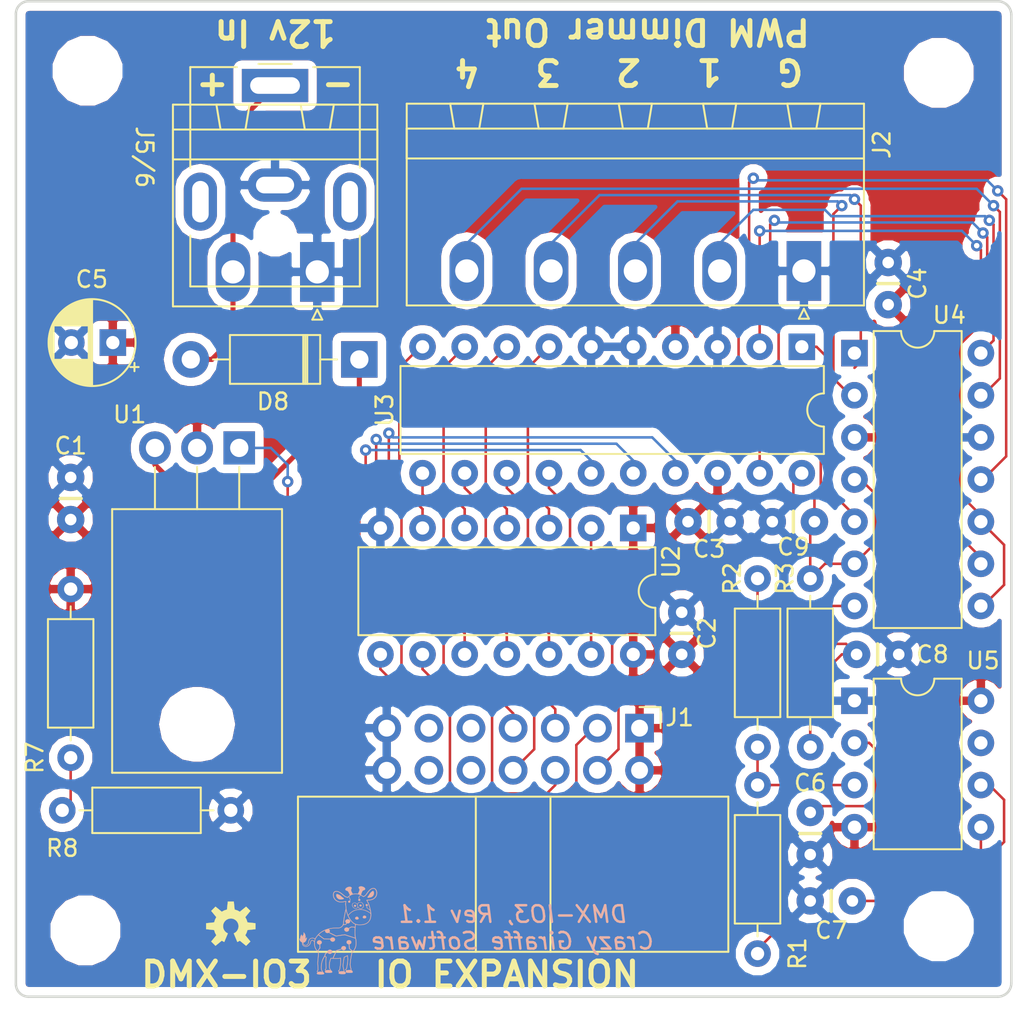
<source format=kicad_pcb>
(kicad_pcb (version 20171130) (host pcbnew "(5.0.0)")
  (title_block (title "DMX Demonstrator - PWM IO Module (DMX-IO3)") (date 2023-02-19) (rev 1.1) (company "Crazy Giraffe Software") (comment 2 "Designed by: SparkyBobo") (comment 3 https://creativecommons.org/licenses/by-sa/4.0/) (comment 4 "Released under the Creative Commons Attribution Share-Alike 4.0m License"))
  (layers (0 F.Cu signal) (31 B.Cu signal) (34 B.Paste user) (35 F.Paste user) (36 B.SilkS user) (37 F.SilkS user) (38 B.Mask user) (39 F.Mask user) (44 Edge.Cuts user))
  (net 0 "")
  (net 1 GND)
  (net 2 "Net-(R7-Pad1)")
  (net 3 +5V)
  (net 4 +10V)
  (net 5 /A1)
  (net 6 /A0)
  (net 7 /~WR)
  (net 8 "Net-(D8-Pad1)")
  (net 9 "Net-(D8-Pad2)")
  (net 10 /AO1)
  (net 11 /AO0)
  (net 12 /AO3)
  (net 13 /AO2)
  (net 14 "Net-(J2-Pad2)")
  (net 15 "Net-(J2-Pad3)")
  (net 16 "Net-(J2-Pad4)")
  (net 17 "Net-(J2-Pad5)")
  (net 18 "Net-(J1-Pad9)")
  (net 19 "Net-(J1-Pad10)")
  (net 20 "Net-(J1-Pad11)")
  (net 21 "Net-(J1-Pad12)")
  (net 22 "Net-(C9-Pad1)")
  (net 23 "Net-(C8-Pad1)")
  (net 24 "Net-(R1-Pad2)")
  (net 25 "Net-(R1-Pad1)")
  (net 26 "Net-(C7-Pad2)")
  (net 27 "Net-(C6-Pad2)")
  (net 28 "Net-(U5-Pad7)")
  (net 29 /D3)
  (net 30 /D2)
  (net 31 /D1)
  (net 32 /D0)
  (net 33 /D7)
  (net 34 /D6)
  (net 35 /D5)
  (net 36 /D4)
  (net 37 /SR-CLK)
  (net 38 /SR-OUT)
  (net 39 /~SR_CLR)
  (module Package_DIP:DIP-14_W7.62mm (layer F.Cu) (at 164.973 81.788)
    (fp_text reference U4 (at 5.715 -2.286) (layer F.SilkS))
    (fp_text value LM339)
    (pad 1 thru_hole rect (at 0 0) (size 1.6 1.6) (drill 0.8) (layers *.Cu *.Mask) (net 16 "Net-(J2-Pad4)"))
    (pad 8 thru_hole oval (at 7.62 15.24) (size 1.6 1.6) (drill 0.8) (layers *.Cu *.Mask) (net 22 "Net-(C9-Pad1)"))
    (pad 2 thru_hole oval (at 0 2.54) (size 1.6 1.6) (drill 0.8) (layers *.Cu *.Mask) (net 15 "Net-(J2-Pad3)"))
    (pad 9 thru_hole oval (at 7.62 12.7) (size 1.6 1.6) (drill 0.8) (layers *.Cu *.Mask) (net 11 /AO0))
    (pad 3 thru_hole oval (at 0 5.08) (size 1.6 1.6) (drill 0.8) (layers *.Cu *.Mask) (net 4 +10V))
    (pad 10 thru_hole oval (at 7.62 10.16) (size 1.6 1.6) (drill 0.8) (layers *.Cu *.Mask) (net 22 "Net-(C9-Pad1)"))
    (pad 4 thru_hole oval (at 0 7.62) (size 1.6 1.6) (drill 0.8) (layers *.Cu *.Mask) (net 22 "Net-(C9-Pad1)"))
    (pad 11 thru_hole oval (at 7.62 7.62) (size 1.6 1.6) (drill 0.8) (layers *.Cu *.Mask) (net 12 /AO3))
    (pad 5 thru_hole oval (at 0 10.16) (size 1.6 1.6) (drill 0.8) (layers *.Cu *.Mask) (net 10 /AO1))
    (pad 12 thru_hole oval (at 7.62 5.08) (size 1.6 1.6) (drill 0.8) (layers *.Cu *.Mask) (net 1 GND))
    (pad 6 thru_hole oval (at 0 12.7) (size 1.6 1.6) (drill 0.8) (layers *.Cu *.Mask) (net 22 "Net-(C9-Pad1)"))
    (pad 13 thru_hole oval (at 7.62 2.54) (size 1.6 1.6) (drill 0.8) (layers *.Cu *.Mask) (net 17 "Net-(J2-Pad5)"))
    (pad 7 thru_hole oval (at 0 15.24) (size 1.6 1.6) (drill 0.8) (layers *.Cu *.Mask) (net 13 /AO2))
    (pad 14 thru_hole oval (at 7.62 0) (size 1.6 1.6) (drill 0.8) (layers *.Cu *.Mask) (net 14 "Net-(J2-Pad2)"))
  )
  (module Capacitors:CAP-PTH-2.54 (layer F.Cu) (at 162.306 110.744 90)
    (fp_text reference C6 (at 3.048 0 180) (layer F.SilkS))
    (fp_text value 10nf hide)
    (pad 2 thru_hole circle (at 1.27 0 90) (size 1.651 1.651) (drill 0.6985) (layers *.Cu *.Mask) (net 27 "Net-(C6-Pad2)"))
    (pad 1 thru_hole circle (at -1.27 0 90) (size 1.651 1.651) (drill 0.6985) (layers *.Cu *.Mask) (net 1 GND))
  )
  (module Capacitors:CAP-PTH-2.54 (layer F.Cu) (at 163.576 114.808)
    (fp_text reference C7 (at 0 1.778) (layer F.SilkS))
    (fp_text value 100nf hide)
    (pad 1 thru_hole circle (at -1.27 0) (size 1.651 1.651) (drill 0.6985) (layers *.Cu *.Mask) (net 1 GND))
    (pad 2 thru_hole circle (at 1.27 0) (size 1.651 1.651) (drill 0.6985) (layers *.Cu *.Mask) (net 26 "Net-(C7-Pad2)"))
  )
  (module Capacitors:CAP-PTH-2.54 (layer F.Cu) (at 166.37 99.949)
    (fp_text reference C8 (at 3.302 0) (layer F.SilkS))
    (fp_text value 10nf hide)
    (pad 2 thru_hole circle (at 1.27 0) (size 1.651 1.651) (drill 0.6985) (layers *.Cu *.Mask) (net 1 GND))
    (pad 1 thru_hole circle (at -1.27 0) (size 1.651 1.651) (drill 0.6985) (layers *.Cu *.Mask) (net 23 "Net-(C8-Pad1)"))
  )
  (module Capacitors:CAP-PTH-2.54 (layer F.Cu) (at 161.29 91.948 180)
    (fp_text reference C9 (at 0 -1.524 180) (layer F.SilkS))
    (fp_text value 10nf hide)
    (pad 1 thru_hole circle (at -1.27 0 180) (size 1.651 1.651) (drill 0.6985) (layers *.Cu *.Mask) (net 22 "Net-(C9-Pad1)"))
    (pad 2 thru_hole circle (at 1.27 0 180) (size 1.651 1.651) (drill 0.6985) (layers *.Cu *.Mask) (net 1 GND))
  )
  (module Package_DIP:DIP-8_W7.62mm (layer F.Cu) (at 164.973 102.743)
    (fp_text reference U5 (at 7.747 -2.413) (layer F.SilkS))
    (fp_text value LM555)
    (pad 1 thru_hole rect (at 0 0) (size 1.6 1.6) (drill 0.8) (layers *.Cu *.Mask) (net 1 GND))
    (pad 5 thru_hole oval (at 7.62 7.62) (size 1.6 1.6) (drill 0.8) (layers *.Cu *.Mask) (net 26 "Net-(C7-Pad2)"))
    (pad 2 thru_hole oval (at 0 2.54) (size 1.6 1.6) (drill 0.8) (layers *.Cu *.Mask) (net 27 "Net-(C6-Pad2)"))
    (pad 6 thru_hole oval (at 7.62 5.08) (size 1.6 1.6) (drill 0.8) (layers *.Cu *.Mask) (net 25 "Net-(R1-Pad1)"))
    (pad 3 thru_hole oval (at 0 5.08) (size 1.6 1.6) (drill 0.8) (layers *.Cu *.Mask) (net 24 "Net-(R1-Pad2)"))
    (pad 7 thru_hole oval (at 7.62 2.54) (size 1.6 1.6) (drill 0.8) (layers *.Cu *.Mask) (net 28 "Net-(U5-Pad7)"))
    (pad 4 thru_hole oval (at 0 7.62) (size 1.6 1.6) (drill 0.8) (layers *.Cu *.Mask) (net 4 +10V))
    (pad 8 thru_hole oval (at 7.62 0) (size 1.6 1.6) (drill 0.8) (layers *.Cu *.Mask) (net 4 +10V))
  )
  (module Resistor_THT:R_Axial_DIN0207_L6.3mm_D2.5mm_P10.16mm_Horizontal (layer F.Cu) (at 159.131 117.983 90)
    (fp_text reference R1 (at 0 2.413 90) (layer F.SilkS))
    (fp_text value 10k)
    (pad 1 thru_hole circle (at 0 0 90) (size 1.6 1.6) (drill 0.8) (layers *.Cu *.Mask) (net 25 "Net-(R1-Pad1)"))
    (pad 2 thru_hole oval (at 10.16 0 90) (size 1.6 1.6) (drill 0.8) (layers *.Cu *.Mask) (net 24 "Net-(R1-Pad2)"))
  )
  (module Resistor_THT:R_Axial_DIN0207_L6.3mm_D2.5mm_P10.16mm_Horizontal (layer F.Cu) (at 159.131 95.377 270)
    (fp_text reference R2 (at 0 1.524 270) (layer F.SilkS))
    (fp_text value 1k)
    (pad 2 thru_hole oval (at 10.16 0 270) (size 1.6 1.6) (drill 0.8) (layers *.Cu *.Mask) (net 24 "Net-(R1-Pad2)"))
    (pad 1 thru_hole circle (at 0 0 270) (size 1.6 1.6) (drill 0.8) (layers *.Cu *.Mask) (net 23 "Net-(C8-Pad1)"))
  )
  (module Resistor_THT:R_Axial_DIN0207_L6.3mm_D2.5mm_P10.16mm_Horizontal (layer F.Cu) (at 162.306 95.377 270)
    (fp_text reference R3 (at 0 1.524 270) (layer F.SilkS))
    (fp_text value 1k)
    (pad 1 thru_hole circle (at 0 0 270) (size 1.6 1.6) (drill 0.8) (layers *.Cu *.Mask) (net 22 "Net-(C9-Pad1)"))
    (pad 2 thru_hole oval (at 10.16 0 270) (size 1.6 1.6) (drill 0.8) (layers *.Cu *.Mask) (net 23 "Net-(C8-Pad1)"))
  )
  (module MountingHole:MountingHole_3.2mm_M3 (layer F.Cu) (at 170.053 64.897)
    (fp_text reference MH2 hide)
    (fp_text value MountingHole)
    (pad 1 np_thru_hole circle (at 0 0) (size 3.2 3.2) (drill 3.2) (layers *.Cu *.Mask))
  )
  (module MountingHole:MountingHole_3.2mm_M3 (layer F.Cu) (at 118.618 116.586)
    (fp_text reference MH3 hide)
    (fp_text value MountingHole)
    (pad 1 np_thru_hole circle (at 0 0) (size 3.2 3.2) (drill 3.2) (layers *.Cu *.Mask))
  )
  (module MountingHole:MountingHole_3.2mm_M3 (layer F.Cu) (at 170.053 116.332)
    (fp_text reference MH4 hide)
    (fp_text value MountingHole)
    (pad 1 np_thru_hole circle (at 0 0) (size 3.2 3.2) (drill 3.2) (layers *.Cu *.Mask))
  )
  (module MountingHole:MountingHole_3.2mm_M3 (layer F.Cu) (at 118.745 64.77)
    (fp_text reference MH1 hide)
    (fp_text value MountingHole)
    (pad 1 np_thru_hole circle (at 0 0) (size 3.2 3.2) (drill 3.2) (layers *.Cu *.Mask))
  )
  (module Connector_IDC:IDC-Header_2x07_P2.54mm_Horizontal (layer F.Cu) (at 152.019 104.394 270)
    (fp_text reference J1 (at -0.635 -2.413) (layer F.SilkS))
    (fp_text value "IO EXTENSION")
    (pad 1 thru_hole rect (at 0 0 270) (size 1.7272 1.7272) (drill 1.016) (layers *.Cu *.Mask) (net 3 +5V))
    (pad 2 thru_hole oval (at 2.54 0 270) (size 1.7272 1.7272) (drill 1.016) (layers *.Cu *.Mask) (net 3 +5V))
    (pad 3 thru_hole oval (at 0 2.54 270) (size 1.7272 1.7272) (drill 1.016) (layers *.Cu *.Mask) (net 7 /~WR))
    (pad 4 thru_hole oval (at 2.54 2.54 270) (size 1.7272 1.7272) (drill 1.016) (layers *.Cu *.Mask) (net 38 /SR-OUT))
    (pad 5 thru_hole oval (at 0 5.08 270) (size 1.7272 1.7272) (drill 1.016) (layers *.Cu *.Mask) (net 6 /A0))
    (pad 6 thru_hole oval (at 2.54 5.08 270) (size 1.7272 1.7272) (drill 1.016) (layers *.Cu *.Mask) (net 37 /SR-CLK))
    (pad 7 thru_hole oval (at 0 7.62 270) (size 1.7272 1.7272) (drill 1.016) (layers *.Cu *.Mask) (net 5 /A1))
    (pad 8 thru_hole oval (at 2.54 7.62 270) (size 1.7272 1.7272) (drill 1.016) (layers *.Cu *.Mask) (net 39 /~SR_CLR))
    (pad 9 thru_hole oval (at 0 10.16 270) (size 1.7272 1.7272) (drill 1.016) (layers *.Cu *.Mask) (net 18 "Net-(J1-Pad9)"))
    (pad 10 thru_hole oval (at 2.54 10.16 270) (size 1.7272 1.7272) (drill 1.016) (layers *.Cu *.Mask) (net 19 "Net-(J1-Pad10)"))
    (pad 11 thru_hole oval (at 0 12.7 270) (size 1.7272 1.7272) (drill 1.016) (layers *.Cu *.Mask) (net 20 "Net-(J1-Pad11)"))
    (pad 12 thru_hole oval (at 2.54 12.7 270) (size 1.7272 1.7272) (drill 1.016) (layers *.Cu *.Mask) (net 21 "Net-(J1-Pad12)"))
    (pad 13 thru_hole oval (at 0 15.24 270) (size 1.7272 1.7272) (drill 1.016) (layers *.Cu *.Mask) (net 1 GND))
    (pad 14 thru_hole oval (at 2.54 15.24 270) (size 1.7272 1.7272) (drill 1.016) (layers *.Cu *.Mask) (net 1 GND))
  )
  (module Connector_Phoenix_MSTB:PhoenixContact_MSTBA_2,5_5-G-5,08_1x05_P5.08mm_Horizontal (layer F.Cu) (at 161.925 76.835 180)
    (fp_text reference J2 (at -4.699 7.62 -90) (layer F.SilkS))
    (fp_text value PWM_OUT)
    (pad 1 thru_hole rect (at 0 0 180) (size 2.08 3.6) (drill 1.4) (layers *.Cu *.Mask) (net 1 GND))
    (pad 2 thru_hole oval (at 5.08 0 180) (size 2.08 3.6) (drill 1.4) (layers *.Cu *.Mask) (net 14 "Net-(J2-Pad2)"))
    (pad 3 thru_hole oval (at 10.16 0 180) (size 2.08 3.6) (drill 1.4) (layers *.Cu *.Mask) (net 15 "Net-(J2-Pad3)"))
    (pad 4 thru_hole oval (at 15.24 0 180) (size 2.08 3.6) (drill 1.4) (layers *.Cu *.Mask) (net 16 "Net-(J2-Pad4)"))
    (pad 5 thru_hole oval (at 20.32 0 180) (size 2.08 3.6) (drill 1.4) (layers *.Cu *.Mask) (net 17 "Net-(J2-Pad5)"))
  )
  (module Package_DIP:DIP-20_W7.62mm (layer F.Cu) (at 161.798 81.407 270)
    (fp_text reference U3 (at 3.81 25.146 270) (layer F.SilkS))
    (fp_text value TLC7226A)
    (pad 1 thru_hole rect (at 0 0 270) (size 1.6 1.6) (drill 0.8) (layers *.Cu *.Mask) (net 10 /AO1))
    (pad 11 thru_hole oval (at 7.62 22.86 270) (size 1.6 1.6) (drill 0.8) (layers *.Cu *.Mask) (net 29 /D3))
    (pad 2 thru_hole oval (at 0 2.54 270) (size 1.6 1.6) (drill 0.8) (layers *.Cu *.Mask) (net 11 /AO0))
    (pad 12 thru_hole oval (at 7.62 20.32 270) (size 1.6 1.6) (drill 0.8) (layers *.Cu *.Mask) (net 30 /D2))
    (pad 3 thru_hole oval (at 0 5.08 270) (size 1.6 1.6) (drill 0.8) (layers *.Cu *.Mask) (net 1 GND))
    (pad 13 thru_hole oval (at 7.62 17.78 270) (size 1.6 1.6) (drill 0.8) (layers *.Cu *.Mask) (net 31 /D1))
    (pad 4 thru_hole oval (at 0 7.62 270) (size 1.6 1.6) (drill 0.8) (layers *.Cu *.Mask) (net 4 +10V))
    (pad 14 thru_hole oval (at 7.62 15.24 270) (size 1.6 1.6) (drill 0.8) (layers *.Cu *.Mask) (net 32 /D0))
    (pad 5 thru_hole oval (at 0 10.16 270) (size 1.6 1.6) (drill 0.8) (layers *.Cu *.Mask) (net 1 GND))
    (pad 15 thru_hole oval (at 7.62 12.7 270) (size 1.6 1.6) (drill 0.8) (layers *.Cu *.Mask) (net 7 /~WR))
    (pad 6 thru_hole oval (at 0 12.7 270) (size 1.6 1.6) (drill 0.8) (layers *.Cu *.Mask) (net 1 GND))
    (pad 16 thru_hole oval (at 7.62 10.16 270) (size 1.6 1.6) (drill 0.8) (layers *.Cu *.Mask) (net 5 /A1))
    (pad 7 thru_hole oval (at 0 15.24 270) (size 1.6 1.6) (drill 0.8) (layers *.Cu *.Mask) (net 33 /D7))
    (pad 17 thru_hole oval (at 7.62 7.62 270) (size 1.6 1.6) (drill 0.8) (layers *.Cu *.Mask) (net 6 /A0))
    (pad 8 thru_hole oval (at 0 17.78 270) (size 1.6 1.6) (drill 0.8) (layers *.Cu *.Mask) (net 34 /D6))
    (pad 18 thru_hole oval (at 7.62 5.08 270) (size 1.6 1.6) (drill 0.8) (layers *.Cu *.Mask) (net 3 +5V))
    (pad 9 thru_hole oval (at 0 20.32 270) (size 1.6 1.6) (drill 0.8) (layers *.Cu *.Mask) (net 35 /D5))
    (pad 19 thru_hole oval (at 7.62 2.54 270) (size 1.6 1.6) (drill 0.8) (layers *.Cu *.Mask) (net 12 /AO3))
    (pad 10 thru_hole oval (at 0 22.86 270) (size 1.6 1.6) (drill 0.8) (layers *.Cu *.Mask) (net 36 /D4))
    (pad 20 thru_hole oval (at 7.62 0 270) (size 1.6 1.6) (drill 0.8) (layers *.Cu *.Mask) (net 13 /AO2))
  )
  (module Capacitors:CAP-PTH-2.54 (layer F.Cu) (at 167.005 77.597 90)
    (fp_text reference C4 (at 0 1.778 90) (layer F.SilkS))
    (fp_text value .01uF hide)
    (pad 1 thru_hole circle (at -1.27 0 90) (size 1.651 1.651) (drill 0.6985) (layers *.Cu *.Mask) (net 4 +10V))
    (pad 2 thru_hole circle (at 1.27 0 90) (size 1.651 1.651) (drill 0.6985) (layers *.Cu *.Mask) (net 1 GND))
  )
  (module Package_TO_SOT_THT:TO-220-3_Horizontal_TabDown (layer F.Cu) (at 127.889 87.503 180)
    (fp_text reference U1 (at 6.604 2.009 180) (layer F.SilkS))
    (fp_text value LM317T)
    (pad "" np_thru_hole oval (at 2.54 -16.66 180) (size 3.5 3.5) (drill 3.5) (layers *.Cu *.Mask))
    (pad 1 thru_hole rect (at 0 0 180) (size 1.905 2) (drill 1.1) (layers *.Cu *.Mask) (net 2 "Net-(R7-Pad1)"))
    (pad 2 thru_hole oval (at 2.54 0 180) (size 1.905 2) (drill 1.1) (layers *.Cu *.Mask) (net 4 +10V))
    (pad 3 thru_hole oval (at 5.08 0 180) (size 1.905 2) (drill 1.1) (layers *.Cu *.Mask) (net 8 "Net-(D8-Pad1)"))
  )
  (module Diode_THT:D_DO-41_SOD81_P10.16mm_Horizontal (layer F.Cu) (at 135.128 82.169 180)
    (fp_text reference D8 (at 5.207 -2.54 180) (layer F.SilkS))
    (fp_text value 1N5819)
    (pad 2 thru_hole oval (at 10.16 0 180) (size 2.2 2.2) (drill 1.1) (layers *.Cu *.Mask) (net 9 "Net-(D8-Pad2)"))
    (pad 1 thru_hole rect (at 0 0 180) (size 2.2 2.2) (drill 1.1) (layers *.Cu *.Mask) (net 8 "Net-(D8-Pad1)"))
  )
  (module Resistor_THT:R_Axial_DIN0207_L6.3mm_D2.5mm_P10.16mm_Horizontal (layer F.Cu) (at 127.381 109.347 180)
    (fp_text reference R8 (at 10.16 -2.286 180) (layer F.SilkS))
    (fp_text value 2.7k)
    (pad 1 thru_hole circle (at 0 0 180) (size 1.6 1.6) (drill 0.8) (layers *.Cu *.Mask) (net 1 GND))
    (pad 2 thru_hole oval (at 10.16 0 180) (size 1.6 1.6) (drill 0.8) (layers *.Cu *.Mask) (net 2 "Net-(R7-Pad1)"))
  )
  (module Capacitors:CAP-PTH-2.54 (layer F.Cu) (at 154.559 98.679 90)
    (fp_text reference C2 (at 0 1.524 90) (layer F.SilkS))
    (fp_text value .01uF hide)
    (pad 2 thru_hole circle (at 1.27 0 90) (size 1.651 1.651) (drill 0.6985) (layers *.Cu *.Mask) (net 1 GND))
    (pad 1 thru_hole circle (at -1.27 0 90) (size 1.651 1.651) (drill 0.6985) (layers *.Cu *.Mask) (net 3 +5V))
  )
  (module Package_DIP:DIP-14_W7.62mm (layer F.Cu) (at 151.638 92.329 270)
    (fp_text reference U2 (at 2.032 -2.286 270) (layer F.SilkS))
    (fp_text value 74LS164)
    (pad 1 thru_hole rect (at 0 0 270) (size 1.6 1.6) (drill 0.8) (layers *.Cu *.Mask) (net 3 +5V))
    (pad 8 thru_hole oval (at 7.62 15.24 270) (size 1.6 1.6) (drill 0.8) (layers *.Cu *.Mask) (net 37 /SR-CLK))
    (pad 2 thru_hole oval (at 0 2.54 270) (size 1.6 1.6) (drill 0.8) (layers *.Cu *.Mask) (net 38 /SR-OUT))
    (pad 9 thru_hole oval (at 7.62 12.7 270) (size 1.6 1.6) (drill 0.8) (layers *.Cu *.Mask) (net 39 /~SR_CLR))
    (pad 3 thru_hole oval (at 0 5.08 270) (size 1.6 1.6) (drill 0.8) (layers *.Cu *.Mask) (net 33 /D7))
    (pad 10 thru_hole oval (at 7.62 10.16 270) (size 1.6 1.6) (drill 0.8) (layers *.Cu *.Mask) (net 29 /D3))
    (pad 4 thru_hole oval (at 0 7.62 270) (size 1.6 1.6) (drill 0.8) (layers *.Cu *.Mask) (net 34 /D6))
    (pad 11 thru_hole oval (at 7.62 7.62 270) (size 1.6 1.6) (drill 0.8) (layers *.Cu *.Mask) (net 30 /D2))
    (pad 5 thru_hole oval (at 0 10.16 270) (size 1.6 1.6) (drill 0.8) (layers *.Cu *.Mask) (net 35 /D5))
    (pad 12 thru_hole oval (at 7.62 5.08 270) (size 1.6 1.6) (drill 0.8) (layers *.Cu *.Mask) (net 31 /D1))
    (pad 6 thru_hole oval (at 0 12.7 270) (size 1.6 1.6) (drill 0.8) (layers *.Cu *.Mask) (net 36 /D4))
    (pad 13 thru_hole oval (at 7.62 2.54 270) (size 1.6 1.6) (drill 0.8) (layers *.Cu *.Mask) (net 32 /D0))
    (pad 7 thru_hole oval (at 0 15.24 270) (size 1.6 1.6) (drill 0.8) (layers *.Cu *.Mask) (net 1 GND))
    (pad 14 thru_hole oval (at 7.62 0 270) (size 1.6 1.6) (drill 0.8) (layers *.Cu *.Mask) (net 3 +5V))
  )
  (module Resistor_THT:R_Axial_DIN0207_L6.3mm_D2.5mm_P10.16mm_Horizontal (layer F.Cu) (at 117.729 106.172 90)
    (fp_text reference R7 (at 0 -2.159 90) (layer F.SilkS))
    (fp_text value 390)
    (pad 2 thru_hole oval (at 10.16 0 90) (size 1.6 1.6) (drill 0.8) (layers *.Cu *.Mask) (net 4 +10V))
    (pad 1 thru_hole circle (at 0 0 90) (size 1.6 1.6) (drill 0.8) (layers *.Cu *.Mask) (net 2 "Net-(R7-Pad1)"))
  )
  (module Connector_BarrelJack:BarrelJack_CUI_PJ-063AH_Horizontal (layer F.Cu) (at 130.048 65.659)
    (fp_text reference J5 hide)
    (fp_text value 12V_A)
    (pad "" np_thru_hole circle (at 0 9) (size 1.6 1.6) (drill 1.6) (layers *.Cu *.Mask))
    (pad MP thru_hole oval (at 4.5 7) (size 2 3.5) (drill oval 1 2.5) (layers *.Cu *.Mask))
    (pad MP thru_hole oval (at -4.5 7) (size 2 3.5) (drill oval 1 2.5) (layers *.Cu *.Mask))
    (pad 2 thru_hole oval (at 0 6) (size 3.3 2) (drill oval 2.3 1) (layers *.Cu *.Mask) (net 1 GND))
    (pad 1 thru_hole rect (at 0 0) (size 4 2) (drill oval 3 1) (layers *.Cu *.Mask) (net 9 "Net-(D8-Pad2)"))
  )
  (module Capacitors:CAP-PTH-2.54 (layer F.Cu) (at 117.729 90.551 90)
    (fp_text reference C1 (at 3.175 0 180) (layer F.SilkS))
    (fp_text value .01uF hide)
    (pad 1 thru_hole circle (at -1.27 0 90) (size 1.651 1.651) (drill 0.6985) (layers *.Cu *.Mask) (net 4 +10V))
    (pad 2 thru_hole circle (at 1.27 0 90) (size 1.651 1.651) (drill 0.6985) (layers *.Cu *.Mask) (net 1 GND))
  )
  (module Capacitors:CAP-PTH-2.54 (layer F.Cu) (at 156.21 91.948)
    (fp_text reference C3 (at 0 1.651) (layer F.SilkS))
    (fp_text value .01uF hide)
    (pad 1 thru_hole circle (at -1.27 0) (size 1.651 1.651) (drill 0.6985) (layers *.Cu *.Mask) (net 3 +5V))
    (pad 2 thru_hole circle (at 1.27 0) (size 1.651 1.651) (drill 0.6985) (layers *.Cu *.Mask) (net 1 GND))
  )
  (module Connector_Phoenix_MSTB:PhoenixContact_MSTBA_2,5_2-G-5,08_1x02_P5.08mm_Horizontal (layer F.Cu) (at 132.592968 76.89119 180)
    (fp_text reference J6 hide)
    (fp_text value 12V_B)
    (pad 2 thru_hole oval (at 5.08 0 180) (size 2.08 3.6) (drill 1.4) (layers *.Cu *.Mask) (net 9 "Net-(D8-Pad2)"))
    (pad 1 thru_hole rect (at 0 0 180) (size 2.08 3.6) (drill 1.4) (layers *.Cu *.Mask) (net 1 GND))
  )
  (module Capacitor_THT:CP_Radial_D5.0mm_P2.50mm (layer F.Cu) (at 120.269 81.153 180)
    (fp_text reference C5 (at 1.27 3.81 180) (layer F.SilkS))
    (fp_text value 10uF)
    (pad 1 thru_hole rect (at 0 0 180) (size 1.6 1.6) (drill 0.8) (layers *.Cu *.Mask) (net 4 +10V))
    (pad 2 thru_hole circle (at 2.5 0 180) (size 1.6 1.6) (drill 0.8) (layers *.Cu *.Mask) (net 1 GND))
  )
  (module footprints:OSHW-LOGO-S (layer F.Cu) (at 127.381 116.332)
    (fp_text reference "" (at 0 0) (layer F.SilkS) (effects (font (size 1.524 1.524))))
    (fp_text value "" (at 0 0) (layer F.SilkS) (effects (font (size 1.524 1.524))))
  )
  (module footprints:logo_cr_5x5 (layer B.Cu) (at 133.858 116.586 180)
    (fp_text reference G*** hide)
    (fp_text value LOGO hide)
  )
  (gr_arc (start 173.609 119.761) (end 173.609 120.579) (angle -90) (layer Edge.Cuts) (width 0.15))
  (gr_arc (start 173.609 61.397) (end 174.427 61.397) (angle -90) (layer Edge.Cuts) (width 0.15))
  (gr_arc (start 115.189 61.341) (end 115.189 60.579) (angle -90) (layer Edge.Cuts) (width 0.15))
  (gr_arc (start 115.189 119.817) (end 114.427 119.817) (angle -90) (layer Edge.Cuts) (width 0.15))
  (gr_text "IO EXPANSION" (at 144.018 119.253) (layer F.SilkS) (effects (font (size 1.5 1.5) (thickness 0.3))))
  (gr_line (start 115.189 120.579) (end 173.609 120.579) (layer Edge.Cuts) (width 0.15))
  (gr_text J5/6 (at 122.174 69.977 270) (layer F.SilkS) (effects (font (size 1 1))))
  (gr_line (start 114.427 119.817) (end 114.427 61.341) (layer Edge.Cuts) (width 0.15))
  (gr_line (start 174.427 61.341) (end 174.427 119.761) (layer Edge.Cuts) (width 0.15))
  (gr_line (start 115.189 60.579) (end 173.609 60.579) (layer Edge.Cuts) (width 0.15))
  (gr_text "DMX-IO3, Rev 1.1\nCrazy Giraffe Software\n\n" (at 144.399 117.221) (layer B.SilkS) (effects (font (size 1 1) (thickness 0.15) italic) (justify mirror)))
  (gr_text DMX-IO3 (at 127.127 119.253) (layer F.SilkS) (effects (font (size 1.5 1.5) (thickness 0.3))))
  (gr_text "-     +" (at 130.052968 65.71519 180) (layer F.SilkS) (effects (font (size 1.5 1.5) (thickness 0.3))))
  (gr_text "  G   1   2   3   4\nPWM Dimmer Out" (at 152.527 63.627 180) (layer F.SilkS) (effects (font (size 1.5 1.5) (thickness 0.3))))
  (gr_text "12v In" (at 130.048 62.484 180) (layer F.SilkS) (effects (font (size 1.5 1.5) (thickness 0.3))))
  (segment (start 130.81 88.519) (end 130.81 89.535) (width 0.1524) (layer B.Cu) (net 2))
  (segment (start 130.81 90.043) (end 130.81 89.916) (width 0.1524) (layer F.Cu) (net 2))
  (segment (start 130.81 89.535) (end 130.81 90.043) (width 0.1524) (layer F.Cu) (net 2))
  (segment (start 129.794 87.503) (end 130.81 88.519) (width 0.1524) (layer B.Cu) (net 2))
  (via (at 130.81 89.535) (size 0.6858) (drill 0.3302) (layers F.Cu B.Cu) (net 2))
  (segment (start 127.889 87.503) (end 129.794 87.503) (width 0.1524) (layer B.Cu) (net 2))
  (segment (start 117.729 108.839) (end 117.221 109.347) (width 0.1524) (layer F.Cu) (net 2))
  (segment (start 117.729 107.569) (end 117.729 108.839) (width 0.1524) (layer F.Cu) (net 2))
  (segment (start 117.729 106.172) (end 117.729 107.569) (width 0.1524) (layer F.Cu) (net 2))
  (segment (start 130.81 107.061) (end 130.81 90.043) (width 0.1524) (layer F.Cu) (net 2))
  (segment (start 117.729 107.569) (end 130.302 107.569) (width 0.1524) (layer F.Cu) (net 2))
  (segment (start 130.302 107.569) (end 130.81 107.061) (width 0.1524) (layer F.Cu) (net 2))
  (via (at 136.144 86.995) (size 0.6858) (drill 0.3302) (layers F.Cu B.Cu) (net 5))
  (segment (start 144.399 103.505) (end 144.399 104.394) (width 0.1524) (layer F.Cu) (net 5))
  (segment (start 143.002 102.108) (end 144.399 103.505) (width 0.1524) (layer F.Cu) (net 5))
  (segment (start 138.938 102.108) (end 143.002 102.108) (width 0.1524) (layer F.Cu) (net 5))
  (segment (start 136.144 90.17) (end 135.128 91.186) (width 0.1524) (layer F.Cu) (net 5))
  (segment (start 136.144 86.995) (end 136.144 90.17) (width 0.1524) (layer F.Cu) (net 5))
  (segment (start 135.128 91.186) (end 135.128 96.139) (width 0.1524) (layer F.Cu) (net 5))
  (segment (start 135.128 96.139) (end 137.668 98.679) (width 0.1524) (layer F.Cu) (net 5))
  (segment (start 137.668 98.679) (end 137.668 100.838) (width 0.1524) (layer F.Cu) (net 5))
  (segment (start 137.668 100.838) (end 138.938 102.108) (width 0.1524) (layer F.Cu) (net 5))
  (segment (start 151.638 88.265) (end 151.638 89.027) (width 0.1524) (layer B.Cu) (net 5))
  (segment (start 150.622 87.249) (end 151.638 88.265) (width 0.1524) (layer B.Cu) (net 5))
  (segment (start 136.144 86.995) (end 136.398 87.249) (width 0.1524) (layer B.Cu) (net 5))
  (segment (start 136.398 87.249) (end 150.622 87.249) (width 0.1524) (layer B.Cu) (net 5))
  (via (at 136.906 86.614) (size 0.6858) (drill 0.3302) (layers F.Cu B.Cu) (net 6))
  (segment (start 137.668 91.186) (end 136.906 90.424) (width 0.1524) (layer F.Cu) (net 6))
  (segment (start 137.668 96.139) (end 137.668 91.186) (width 0.1524) (layer F.Cu) (net 6))
  (segment (start 146.939 103.251) (end 145.034 101.346) (width 0.1524) (layer F.Cu) (net 6))
  (segment (start 136.906 90.424) (end 136.906 86.614) (width 0.1524) (layer F.Cu) (net 6))
  (segment (start 145.034 101.346) (end 140.716 101.346) (width 0.1524) (layer F.Cu) (net 6))
  (segment (start 146.939 104.394) (end 146.939 103.251) (width 0.1524) (layer F.Cu) (net 6))
  (segment (start 140.716 101.346) (end 140.208 100.838) (width 0.1524) (layer F.Cu) (net 6))
  (segment (start 140.208 100.838) (end 140.208 98.679) (width 0.1524) (layer F.Cu) (net 6))
  (segment (start 140.208 98.679) (end 137.668 96.139) (width 0.1524) (layer F.Cu) (net 6))
  (segment (start 137.16 86.868) (end 136.906 86.614) (width 0.1524) (layer B.Cu) (net 6))
  (segment (start 152.781 86.868) (end 137.16 86.868) (width 0.1524) (layer B.Cu) (net 6))
  (segment (start 154.178 89.027) (end 154.178 88.265) (width 0.1524) (layer B.Cu) (net 6))
  (segment (start 154.178 88.265) (end 152.781 86.868) (width 0.1524) (layer B.Cu) (net 6))
  (segment (start 148.463 87.63) (end 149.098 88.265) (width 0.1524) (layer B.Cu) (net 7))
  (segment (start 149.098 88.265) (end 149.098 89.027) (width 0.1524) (layer B.Cu) (net 7))
  (segment (start 135.509 87.63) (end 148.463 87.63) (width 0.1524) (layer B.Cu) (net 7))
  (via (at 135.509 87.63) (size 0.6858) (drill 0.3302) (layers F.Cu B.Cu) (net 7))
  (segment (start 149.479 104.267) (end 149.479 104.394) (width 0.1524) (layer B.Cu) (net 7))
  (segment (start 149.225 104.394) (end 149.479 104.394) (width 0.1524) (layer F.Cu) (net 7))
  (segment (start 148.209 105.41) (end 149.225 104.394) (width 0.1524) (layer F.Cu) (net 7))
  (segment (start 140.589 107.823) (end 141.478 108.712) (width 0.1524) (layer F.Cu) (net 7))
  (segment (start 140.589 103.505) (end 140.589 107.823) (width 0.1524) (layer F.Cu) (net 7))
  (segment (start 135.509 87.63) (end 135.509 90.297) (width 0.1524) (layer F.Cu) (net 7))
  (segment (start 134.747 91.059) (end 134.747 100.584) (width 0.1524) (layer F.Cu) (net 7))
  (segment (start 148.209 107.696) (end 148.209 105.41) (width 0.1524) (layer F.Cu) (net 7))
  (segment (start 147.193 108.712) (end 148.209 107.696) (width 0.1524) (layer F.Cu) (net 7))
  (segment (start 134.747 100.584) (end 137.033 102.87) (width 0.1524) (layer F.Cu) (net 7))
  (segment (start 141.478 108.712) (end 147.193 108.712) (width 0.1524) (layer F.Cu) (net 7))
  (segment (start 137.033 102.87) (end 139.954 102.87) (width 0.1524) (layer F.Cu) (net 7))
  (segment (start 135.509 90.297) (end 134.747 91.059) (width 0.1524) (layer F.Cu) (net 7))
  (segment (start 139.954 102.87) (end 140.589 103.505) (width 0.1524) (layer F.Cu) (net 7))
  (segment (start 122.809 87.503) (end 122.809 88.519) (width 0.3048) (layer F.Cu) (net 8))
  (segment (start 135.128 84.074) (end 135.128 82.169) (width 0.3048) (layer F.Cu) (net 8))
  (segment (start 123.571 89.281) (end 129.921 89.281) (width 0.3048) (layer F.Cu) (net 8))
  (segment (start 122.809 88.519) (end 123.571 89.281) (width 0.3048) (layer F.Cu) (net 8))
  (segment (start 129.921 89.281) (end 135.128 84.074) (width 0.3048) (layer F.Cu) (net 8))
  (segment (start 127.512968 76.89119) (end 127.512968 68.194032) (width 0.3048) (layer F.Cu) (net 9))
  (segment (start 127.512968 68.194032) (end 130.048 65.659) (width 0.3048) (layer F.Cu) (net 9))
  (segment (start 124.968 82.169) (end 126.238 82.169) (width 0.3048) (layer F.Cu) (net 9))
  (segment (start 126.238 82.169) (end 127.512968 80.894032) (width 0.3048) (layer F.Cu) (net 9))
  (segment (start 127.512968 80.894032) (end 127.512968 76.89119) (width 0.3048) (layer F.Cu) (net 9))
  (segment (start 124.968 82.169) (end 125.857 82.169) (width 0.3048) (layer B.Cu) (net 9))
  (segment (start 162.687 81.407) (end 161.798 81.407) (width 0.1524) (layer F.Cu) (net 10))
  (segment (start 164.973 91.567) (end 163.322 89.916) (width 0.1524) (layer F.Cu) (net 10))
  (segment (start 163.322 89.916) (end 163.322 82.042) (width 0.1524) (layer F.Cu) (net 10))
  (segment (start 163.322 82.042) (end 162.687 81.407) (width 0.1524) (layer F.Cu) (net 10))
  (segment (start 164.973 91.948) (end 164.973 91.567) (width 0.1524) (layer F.Cu) (net 10))
  (segment (start 159.258 81.915) (end 159.258 81.407) (width 0.1524) (layer B.Cu) (net 11))
  (segment (start 172.339 94.488) (end 172.593 94.488) (width 0.1524) (layer F.Cu) (net 11))
  (via (at 159.258 74.422) (size 0.6858) (drill 0.3302) (layers F.Cu B.Cu) (net 11))
  (segment (start 159.258 74.422) (end 159.258 81.407) (width 0.1524) (layer F.Cu) (net 11))
  (segment (start 171.45 74.422) (end 159.258 74.422) (width 0.1524) (layer B.Cu) (net 11))
  (segment (start 172.339 75.311) (end 172.593 75.565) (width 0.1524) (layer F.Cu) (net 11))
  (segment (start 172.593 75.565) (end 172.593 79.502) (width 0.1524) (layer F.Cu) (net 11))
  (segment (start 172.593 79.502) (end 170.942 81.153) (width 0.1524) (layer F.Cu) (net 11))
  (segment (start 170.942 81.153) (end 170.942 92.456) (width 0.1524) (layer F.Cu) (net 11))
  (segment (start 172.339 75.311) (end 171.45 74.422) (width 0.1524) (layer B.Cu) (net 11))
  (segment (start 170.942 92.456) (end 172.593 94.107) (width 0.1524) (layer F.Cu) (net 11))
  (segment (start 172.593 94.107) (end 172.593 94.488) (width 0.1524) (layer F.Cu) (net 11))
  (via (at 172.339 75.311) (size 0.6858) (drill 0.3302) (layers F.Cu B.Cu) (net 11))
  (segment (start 159.258 83.566) (end 159.258 89.027) (width 0.1524) (layer F.Cu) (net 12))
  (segment (start 158.877 71.247) (end 158.623 71.501) (width 0.1524) (layer F.Cu) (net 12))
  (segment (start 158.623 71.501) (end 158.623 80.01) (width 0.1524) (layer F.Cu) (net 12))
  (segment (start 158.623 80.01) (end 157.988 80.645) (width 0.1524) (layer F.Cu) (net 12))
  (segment (start 157.988 80.645) (end 157.988 82.296) (width 0.1524) (layer F.Cu) (net 12))
  (segment (start 157.988 82.296) (end 159.258 83.566) (width 0.1524) (layer F.Cu) (net 12))
  (via (at 158.877 71.247) (size 0.6858) (drill 0.3302) (layers F.Cu B.Cu) (net 12))
  (segment (start 172.72 89.408) (end 172.593 89.408) (width 0.1524) (layer F.Cu) (net 12))
  (segment (start 174.117 88.011) (end 172.72 89.408) (width 0.1524) (layer F.Cu) (net 12))
  (segment (start 173.609 72.009) (end 172.974 71.374) (width 0.1524) (layer B.Cu) (net 12))
  (segment (start 172.974 71.374) (end 159.004 71.374) (width 0.1524) (layer B.Cu) (net 12))
  (segment (start 159.004 71.374) (end 158.877 71.247) (width 0.1524) (layer B.Cu) (net 12))
  (segment (start 173.609 72.009) (end 174.117 72.517) (width 0.1524) (layer F.Cu) (net 12))
  (segment (start 174.117 72.517) (end 174.117 88.011) (width 0.1524) (layer F.Cu) (net 12))
  (via (at 173.609 72.009) (size 0.6858) (drill 0.3302) (layers F.Cu B.Cu) (net 12))
  (segment (start 161.29 89.535) (end 161.798 89.027) (width 0.1524) (layer F.Cu) (net 13))
  (segment (start 161.544 97.028) (end 160.909 96.393) (width 0.1524) (layer F.Cu) (net 13))
  (segment (start 160.909 96.393) (end 160.909 94.361) (width 0.1524) (layer F.Cu) (net 13))
  (segment (start 160.909 94.361) (end 161.29 93.98) (width 0.1524) (layer F.Cu) (net 13))
  (segment (start 164.973 97.028) (end 161.544 97.028) (width 0.1524) (layer F.Cu) (net 13))
  (segment (start 161.29 93.98) (end 161.29 89.535) (width 0.1524) (layer F.Cu) (net 13))
  (segment (start 173.355 74.041) (end 173.355 81.026) (width 0.1524) (layer F.Cu) (net 14))
  (segment (start 173.355 81.026) (end 172.593 81.788) (width 0.1524) (layer F.Cu) (net 14))
  (segment (start 173.101 73.787) (end 173.355 74.041) (width 0.1524) (layer F.Cu) (net 14))
  (via (at 173.101 73.787) (size 0.6858) (drill 0.3302) (layers F.Cu B.Cu) (net 14))
  (segment (start 156.845 75.184) (end 156.845 76.835) (width 0.1524) (layer B.Cu) (net 14))
  (segment (start 158.877 73.152) (end 156.845 75.184) (width 0.1524) (layer B.Cu) (net 14))
  (segment (start 163.195 73.152) (end 158.877 73.152) (width 0.1524) (layer B.Cu) (net 14))
  (segment (start 163.576 73.533) (end 163.195 73.152) (width 0.1524) (layer B.Cu) (net 14))
  (segment (start 173.101 73.787) (end 172.847 73.533) (width 0.1524) (layer B.Cu) (net 14))
  (segment (start 172.847 73.533) (end 163.576 73.533) (width 0.1524) (layer B.Cu) (net 14))
  (segment (start 164.211 72.898) (end 163.703 73.406) (width 0.1524) (layer F.Cu) (net 15))
  (segment (start 163.703 73.406) (end 163.703 83.312) (width 0.1524) (layer F.Cu) (net 15))
  (segment (start 163.703 83.312) (end 164.719 84.328) (width 0.1524) (layer F.Cu) (net 15))
  (segment (start 164.719 84.328) (end 164.973 84.328) (width 0.1524) (layer F.Cu) (net 15))
  (via (at 164.211 72.898) (size 0.6858) (drill 0.3302) (layers F.Cu B.Cu) (net 15))
  (segment (start 151.765 75.184) (end 151.765 76.835) (width 0.1524) (layer B.Cu) (net 15))
  (segment (start 154.305 72.644) (end 151.765 75.184) (width 0.1524) (layer B.Cu) (net 15))
  (segment (start 164.211 72.898) (end 163.957 72.644) (width 0.1524) (layer B.Cu) (net 15))
  (segment (start 163.957 72.644) (end 154.305 72.644) (width 0.1524) (layer B.Cu) (net 15))
  (segment (start 165.354 72.898) (end 165.354 82.296) (width 0.1524) (layer F.Cu) (net 16))
  (segment (start 165.354 82.296) (end 164.973 82.677) (width 0.1524) (layer F.Cu) (net 16))
  (segment (start 164.973 72.517) (end 165.354 72.898) (width 0.1524) (layer F.Cu) (net 16))
  (via (at 164.973 72.517) (size 0.6858) (drill 0.3302) (layers F.Cu B.Cu) (net 16))
  (segment (start 146.685 75.184) (end 146.685 76.835) (width 0.1524) (layer B.Cu) (net 16))
  (segment (start 149.606 72.263) (end 146.685 75.184) (width 0.1524) (layer B.Cu) (net 16))
  (segment (start 164.973 72.517) (end 164.719 72.263) (width 0.1524) (layer B.Cu) (net 16))
  (segment (start 164.719 72.263) (end 149.606 72.263) (width 0.1524) (layer B.Cu) (net 16))
  (segment (start 173.736 73.279) (end 173.736 83.312) (width 0.1524) (layer F.Cu) (net 17))
  (segment (start 173.736 83.312) (end 172.72 84.328) (width 0.1524) (layer F.Cu) (net 17))
  (segment (start 172.72 84.328) (end 172.593 84.328) (width 0.1524) (layer F.Cu) (net 17))
  (segment (start 173.355 72.898) (end 173.736 73.279) (width 0.1524) (layer F.Cu) (net 17))
  (via (at 173.355 72.898) (size 0.6858) (drill 0.3302) (layers F.Cu B.Cu) (net 17))
  (segment (start 141.605 75.184) (end 141.605 76.835) (width 0.1524) (layer B.Cu) (net 17))
  (segment (start 144.907 71.882) (end 141.605 75.184) (width 0.1524) (layer B.Cu) (net 17))
  (segment (start 173.355 72.898) (end 172.339 71.882) (width 0.1524) (layer B.Cu) (net 17))
  (segment (start 172.339 71.882) (end 144.907 71.882) (width 0.1524) (layer B.Cu) (net 17))
  (segment (start 172.72 97.028) (end 173.99 95.758) (width 0.1524) (layer F.Cu) (net 22))
  (segment (start 173.99 93.345) (end 172.593 91.948) (width 0.1524) (layer F.Cu) (net 22))
  (segment (start 173.99 95.758) (end 173.99 93.345) (width 0.1524) (layer F.Cu) (net 22))
  (segment (start 164.973 89.408) (end 165.354 89.408) (width 0.1524) (layer F.Cu) (net 22))
  (segment (start 166.243 90.297) (end 166.243 93.218) (width 0.1524) (layer F.Cu) (net 22))
  (segment (start 165.354 89.408) (end 166.243 90.297) (width 0.1524) (layer F.Cu) (net 22))
  (segment (start 166.243 93.218) (end 164.973 94.488) (width 0.1524) (layer F.Cu) (net 22))
  (segment (start 162.56 91.948) (end 162.56 91.821) (width 0.1524) (layer F.Cu) (net 22))
  (segment (start 162.306 95.377) (end 162.306 92.202) (width 0.1524) (layer F.Cu) (net 22))
  (segment (start 162.306 92.202) (end 162.56 91.948) (width 0.1524) (layer F.Cu) (net 22))
  (segment (start 163.195 94.488) (end 162.306 95.377) (width 0.1524) (layer F.Cu) (net 22))
  (segment (start 164.973 94.488) (end 163.195 94.488) (width 0.1524) (layer F.Cu) (net 22))
  (segment (start 172.593 97.028) (end 172.72 97.028) (width 0.1524) (layer F.Cu) (net 22))
  (segment (start 162.56 90.424) (end 162.56 91.948) (width 0.1524) (layer F.Cu) (net 22))
  (segment (start 162.941 90.043) (end 162.56 90.424) (width 0.1524) (layer F.Cu) (net 22))
  (segment (start 162.941 85.471) (end 162.941 90.043) (width 0.1524) (layer F.Cu) (net 22))
  (segment (start 159.893 74.041) (end 159.893 80.01) (width 0.1524) (layer F.Cu) (net 22))
  (segment (start 159.893 80.01) (end 160.401 80.518) (width 0.1524) (layer F.Cu) (net 22))
  (segment (start 160.147 73.787) (end 159.893 74.041) (width 0.1524) (layer F.Cu) (net 22))
  (segment (start 160.401 80.518) (end 160.401 82.931) (width 0.1524) (layer F.Cu) (net 22))
  (segment (start 160.401 82.931) (end 162.941 85.471) (width 0.1524) (layer F.Cu) (net 22))
  (via (at 160.147 73.787) (size 0.6858) (drill 0.3302) (layers F.Cu B.Cu) (net 22))
  (segment (start 172.72 74.549) (end 172.085 73.914) (width 0.1524) (layer B.Cu) (net 22))
  (segment (start 172.085 73.914) (end 160.274 73.914) (width 0.1524) (layer B.Cu) (net 22))
  (segment (start 172.593 91.567) (end 172.593 91.948) (width 0.1524) (layer F.Cu) (net 22))
  (segment (start 160.274 73.914) (end 160.147 73.787) (width 0.1524) (layer B.Cu) (net 22))
  (segment (start 172.974 74.803) (end 172.974 79.629) (width 0.1524) (layer F.Cu) (net 22))
  (segment (start 172.974 79.629) (end 171.323 81.28) (width 0.1524) (layer F.Cu) (net 22))
  (segment (start 172.72 74.549) (end 172.974 74.803) (width 0.1524) (layer F.Cu) (net 22))
  (segment (start 171.323 81.28) (end 171.323 90.297) (width 0.1524) (layer F.Cu) (net 22))
  (segment (start 171.323 90.297) (end 172.593 91.567) (width 0.1524) (layer F.Cu) (net 22))
  (via (at 172.72 74.549) (size 0.6858) (drill 0.3302) (layers F.Cu B.Cu) (net 22))
  (segment (start 164.465 99.314) (end 161.29 99.314) (width 0.1524) (layer F.Cu) (net 23))
  (segment (start 165.1 99.949) (end 164.465 99.314) (width 0.1524) (layer F.Cu) (net 23))
  (segment (start 161.29 99.314) (end 159.131 97.155) (width 0.1524) (layer F.Cu) (net 23))
  (segment (start 159.131 97.155) (end 159.131 95.377) (width 0.1524) (layer F.Cu) (net 23))
  (segment (start 162.306 105.537) (end 162.306 101.854) (width 0.1524) (layer F.Cu) (net 23))
  (segment (start 162.306 101.854) (end 164.211 99.949) (width 0.1524) (layer F.Cu) (net 23))
  (segment (start 164.211 99.949) (end 165.1 99.949) (width 0.1524) (layer F.Cu) (net 23))
  (segment (start 159.131 107.823) (end 159.131 105.537) (width 0.1524) (layer F.Cu) (net 24))
  (segment (start 164.973 107.823) (end 159.131 107.823) (width 0.1524) (layer F.Cu) (net 24))
  (segment (start 160.401 116.459) (end 165.735 116.459) (width 0.1524) (layer F.Cu) (net 25))
  (segment (start 173.99 108.712) (end 173.101 107.823) (width 0.1524) (layer F.Cu) (net 25))
  (segment (start 165.735 116.459) (end 168.529 113.665) (width 0.1524) (layer F.Cu) (net 25))
  (segment (start 159.131 117.983) (end 159.131 117.729) (width 0.1524) (layer F.Cu) (net 25))
  (segment (start 159.131 117.729) (end 160.401 116.459) (width 0.1524) (layer F.Cu) (net 25))
  (segment (start 173.101 107.823) (end 172.593 107.823) (width 0.1524) (layer F.Cu) (net 25))
  (segment (start 173.99 111.252) (end 173.99 108.712) (width 0.1524) (layer F.Cu) (net 25))
  (segment (start 168.529 113.665) (end 171.577 113.665) (width 0.1524) (layer F.Cu) (net 25))
  (segment (start 171.577 113.665) (end 173.99 111.252) (width 0.1524) (layer F.Cu) (net 25))
  (segment (start 172.593 112.014) (end 172.593 110.363) (width 0.1524) (layer F.Cu) (net 26))
  (segment (start 168.402 113.284) (end 171.323 113.284) (width 0.1524) (layer F.Cu) (net 26))
  (segment (start 166.878 114.808) (end 168.402 113.284) (width 0.1524) (layer F.Cu) (net 26))
  (segment (start 171.323 113.284) (end 172.593 112.014) (width 0.1524) (layer F.Cu) (net 26))
  (segment (start 164.846 114.808) (end 166.878 114.808) (width 0.1524) (layer F.Cu) (net 26))
  (segment (start 165.862 109.093) (end 166.243 108.712) (width 0.1524) (layer F.Cu) (net 27))
  (segment (start 165.862 105.283) (end 164.973 105.283) (width 0.1524) (layer F.Cu) (net 27))
  (segment (start 162.306 109.474) (end 162.687 109.093) (width 0.1524) (layer F.Cu) (net 27))
  (segment (start 162.687 109.093) (end 165.862 109.093) (width 0.1524) (layer F.Cu) (net 27))
  (segment (start 166.243 105.664) (end 165.862 105.283) (width 0.1524) (layer F.Cu) (net 27))
  (segment (start 166.243 108.712) (end 166.243 105.664) (width 0.1524) (layer F.Cu) (net 27))
  (segment (start 138.938 89.027) (end 138.938 90.297) (width 0.1524) (layer F.Cu) (net 29))
  (segment (start 138.938 90.297) (end 140.208 91.567) (width 0.1524) (layer F.Cu) (net 29))
  (segment (start 140.208 97.409) (end 141.478 98.679) (width 0.1524) (layer F.Cu) (net 29))
  (segment (start 140.208 91.567) (end 140.208 97.409) (width 0.1524) (layer F.Cu) (net 29))
  (segment (start 141.478 98.679) (end 141.478 99.949) (width 0.1524) (layer F.Cu) (net 29))
  (segment (start 144.018 98.679) (end 144.018 99.949) (width 0.1524) (layer F.Cu) (net 30))
  (segment (start 142.748 97.409) (end 144.018 98.679) (width 0.1524) (layer F.Cu) (net 30))
  (segment (start 142.748 91.186) (end 142.748 97.409) (width 0.1524) (layer F.Cu) (net 30))
  (segment (start 141.478 89.027) (end 141.478 89.916) (width 0.1524) (layer F.Cu) (net 30))
  (segment (start 141.478 89.916) (end 142.748 91.186) (width 0.1524) (layer F.Cu) (net 30))
  (segment (start 146.558 98.679) (end 146.558 99.949) (width 0.1524) (layer F.Cu) (net 31))
  (segment (start 145.288 97.409) (end 146.558 98.679) (width 0.1524) (layer F.Cu) (net 31))
  (segment (start 145.288 91.186) (end 145.288 97.409) (width 0.1524) (layer F.Cu) (net 31))
  (segment (start 144.018 89.027) (end 144.018 89.916) (width 0.1524) (layer F.Cu) (net 31))
  (segment (start 144.018 89.916) (end 145.288 91.186) (width 0.1524) (layer F.Cu) (net 31))
  (segment (start 149.098 98.679) (end 149.098 99.949) (width 0.1524) (layer F.Cu) (net 32))
  (segment (start 147.828 97.409) (end 149.098 98.679) (width 0.1524) (layer F.Cu) (net 32))
  (segment (start 147.828 91.186) (end 147.828 97.409) (width 0.1524) (layer F.Cu) (net 32))
  (segment (start 146.558 89.027) (end 146.558 89.916) (width 0.1524) (layer F.Cu) (net 32))
  (segment (start 146.558 89.916) (end 147.828 91.186) (width 0.1524) (layer F.Cu) (net 32))
  (segment (start 145.288 82.677) (end 146.558 81.407) (width 0.1524) (layer F.Cu) (net 33))
  (segment (start 145.288 89.916) (end 145.288 82.677) (width 0.1524) (layer F.Cu) (net 33))
  (segment (start 146.558 92.329) (end 146.558 91.186) (width 0.1524) (layer F.Cu) (net 33))
  (segment (start 146.558 91.186) (end 145.288 89.916) (width 0.1524) (layer F.Cu) (net 33))
  (segment (start 142.748 82.677) (end 144.018 81.407) (width 0.1524) (layer F.Cu) (net 34))
  (segment (start 142.748 89.916) (end 142.748 82.677) (width 0.1524) (layer F.Cu) (net 34))
  (segment (start 144.018 92.329) (end 144.018 91.186) (width 0.1524) (layer F.Cu) (net 34))
  (segment (start 144.018 91.186) (end 142.748 89.916) (width 0.1524) (layer F.Cu) (net 34))
  (segment (start 140.208 82.677) (end 141.478 81.407) (width 0.1524) (layer F.Cu) (net 35))
  (segment (start 140.208 89.916) (end 140.208 82.677) (width 0.1524) (layer F.Cu) (net 35))
  (segment (start 141.478 92.329) (end 141.478 91.186) (width 0.1524) (layer F.Cu) (net 35))
  (segment (start 141.478 91.186) (end 140.208 89.916) (width 0.1524) (layer F.Cu) (net 35))
  (segment (start 138.811 81.407) (end 138.938 81.407) (width 0.1524) (layer F.Cu) (net 36))
  (segment (start 137.541 82.677) (end 138.811 81.407) (width 0.1524) (layer F.Cu) (net 36))
  (segment (start 137.541 89.789) (end 137.541 82.677) (width 0.1524) (layer F.Cu) (net 36))
  (segment (start 138.938 92.329) (end 138.938 91.186) (width 0.1524) (layer F.Cu) (net 36))
  (segment (start 138.938 91.186) (end 137.541 89.789) (width 0.1524) (layer F.Cu) (net 36))
  (segment (start 136.398 100.838) (end 136.398 99.949) (width 0.1524) (layer F.Cu) (net 37))
  (segment (start 146.431 108.331) (end 143.637 108.331) (width 0.1524) (layer F.Cu) (net 37))
  (segment (start 146.939 106.934) (end 146.939 107.823) (width 0.1524) (layer F.Cu) (net 37))
  (segment (start 146.939 107.823) (end 146.431 108.331) (width 0.1524) (layer F.Cu) (net 37))
  (segment (start 142.24 102.489) (end 138.049 102.489) (width 0.1524) (layer F.Cu) (net 37))
  (segment (start 138.049 102.489) (end 136.398 100.838) (width 0.1524) (layer F.Cu) (net 37))
  (segment (start 143.129 103.378) (end 142.24 102.489) (width 0.1524) (layer F.Cu) (net 37))
  (segment (start 143.129 107.823) (end 143.129 103.378) (width 0.1524) (layer F.Cu) (net 37))
  (segment (start 143.637 108.331) (end 143.129 107.823) (width 0.1524) (layer F.Cu) (net 37))
  (segment (start 150.749 105.664) (end 150.749 101.346) (width 0.1524) (layer F.Cu) (net 38))
  (segment (start 149.479 106.934) (end 150.749 105.664) (width 0.1524) (layer F.Cu) (net 38))
  (segment (start 150.749 101.346) (end 150.368 100.965) (width 0.1524) (layer F.Cu) (net 38))
  (segment (start 150.368 100.965) (end 150.368 98.679) (width 0.1524) (layer F.Cu) (net 38))
  (segment (start 149.098 97.409) (end 149.098 92.329) (width 0.1524) (layer F.Cu) (net 38))
  (segment (start 150.368 98.679) (end 149.098 97.409) (width 0.1524) (layer F.Cu) (net 38))
  (segment (start 144.399 106.934) (end 145.669 105.664) (width 0.1524) (layer F.Cu) (net 39))
  (segment (start 144.018 101.727) (end 139.827 101.727) (width 0.1524) (layer F.Cu) (net 39))
  (segment (start 139.827 101.727) (end 138.938 100.838) (width 0.1524) (layer F.Cu) (net 39))
  (segment (start 145.669 105.664) (end 145.669 103.378) (width 0.1524) (layer F.Cu) (net 39))
  (segment (start 145.669 103.378) (end 144.018 101.727) (width 0.1524) (layer F.Cu) (net 39))
  (segment (start 138.938 100.838) (end 138.938 99.949) (width 0.1524) (layer F.Cu) (net 39))
  (segment (start 138.938 99.949) (end 138.303 99.949) (width 0.1524) (layer F.Cu) (net 39))
  (zone (net 1) (net_name GND) (layer B.Cu) (connect_pads (clearance 0.508)) (min_thickness 0.254) (fill yes (arc_segments 16) (thermal_gap 0.508) (thermal_bridge_width 0.508))
    (polygon (pts (xy 114.554 61.214) (xy 114.935 60.706) (xy 173.736 60.706) (xy 174.244 61.087) (xy 174.244 120.142) (xy 173.99 120.396) (xy 114.935 120.396) (xy 114.554 120.015)))
  )
  (zone (net 3) (net_name +5V) (layer F.Cu) (connect_pads (clearance 0.508)) (min_thickness 0.254) (fill yes (arc_segments 16) (thermal_gap 0.508) (thermal_bridge_width 0.508))
    (polygon (pts (xy 131.445 88.138) (xy 157.734 88.138) (xy 157.734 120.396) (xy 131.445 120.396)))
  )
  (zone (net 4) (net_name +10V) (layer F.Cu) (connect_pads (clearance 0.508)) (min_thickness 0.254) (fill yes (arc_segments 16) (thermal_gap 0.508) (thermal_bridge_width 0.508))
    (polygon (pts (xy 114.554 61.214) (xy 114.935 60.706) (xy 173.736 60.706) (xy 174.244 61.087) (xy 174.244 90.7415) (xy 174.244 120.142) (xy 173.99 120.396) (xy 158.242 120.396) (xy 158.242 87.63) (xy 130.937 87.63) (xy 130.937 120.396) (xy 114.935 120.396) (xy 114.554 120.015)))
  )
  (zone (net 0) (net_name "") (layer F.Cu) (connect_pads (clearance 0.508)) (min_thickness 0.254)
    (keepout (tracks not_allowed) (vias not_allowed) (copperpour not_allowed))
    (fill (arc_segments 16) (thermal_gap 0.508) (thermal_bridge_width 0.508))
    (polygon (pts (xy 136.525 80.772) (xy 137.922 80.772) (xy 137.922 82.042) (xy 136.525 82.042)))
  )
  (zone (net 0) (net_name "") (layer F.Cu) (connect_pads (clearance 0.508)) (min_thickness 0.254)
    (keepout (tracks not_allowed) (vias not_allowed) (copperpour not_allowed))
    (fill (arc_segments 16) (thermal_gap 0.508) (thermal_bridge_width 0.508))
    (polygon (pts (xy 152.146 82.423) (xy 156.21 82.423) (xy 156.21 82.804) (xy 152.146 82.804)))
  )
  (zone (net 0) (net_name "") (layer F.Cu) (connect_pads (clearance 0.508)) (min_thickness 0.254)
    (keepout (tracks not_allowed) (vias not_allowed) (copperpour not_allowed))
    (fill (arc_segments 16) (thermal_gap 0.508) (thermal_bridge_width 0.508))
    (polygon (pts (xy 164.465 98.044) (xy 165.735 98.044) (xy 165.735 98.933) (xy 164.465 98.933)))
  )
)
</source>
